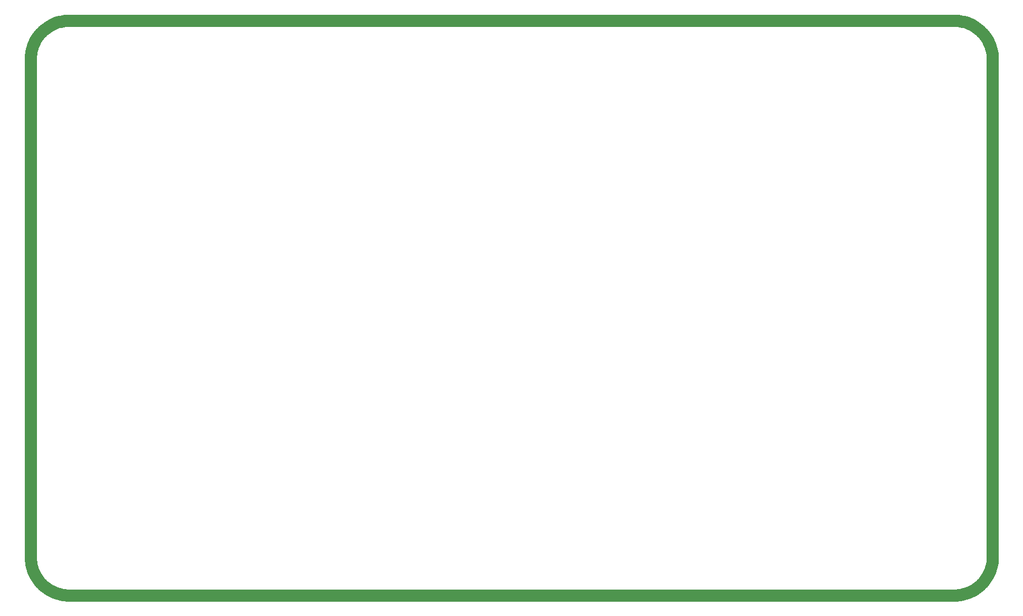
<source format=gm1>
%TF.GenerationSoftware,KiCad,Pcbnew,(6.0.0)*%
%TF.CreationDate,2022-05-06T13:51:05+05:30*%
%TF.ProjectId,Motion_Control_Board2.0,4d6f7469-6f6e-45f4-936f-6e74726f6c5f,rev?*%
%TF.SameCoordinates,Original*%
%TF.FileFunction,Profile,NP*%
%FSLAX46Y46*%
G04 Gerber Fmt 4.6, Leading zero omitted, Abs format (unit mm)*
G04 Created by KiCad (PCBNEW (6.0.0)) date 2022-05-06 13:51:05*
%MOMM*%
%LPD*%
G01*
G04 APERTURE LIST*
%TA.AperFunction,Profile*%
%ADD10C,1.959599*%
%TD*%
G04 APERTURE END LIST*
D10*
X75744299Y-59979387D02*
X217841653Y-59979387D01*
X217841653Y-59979387D02*
X218156212Y-59987467D01*
X218156212Y-59987467D02*
X218466641Y-60011446D01*
X218466641Y-60011446D02*
X218772556Y-60050934D01*
X218772556Y-60050934D02*
X219073574Y-60105541D01*
X219073574Y-60105541D02*
X219369311Y-60174877D01*
X219369311Y-60174877D02*
X219659382Y-60258551D01*
X219659382Y-60258551D02*
X219943403Y-60356174D01*
X219943403Y-60356174D02*
X220220990Y-60467356D01*
X220220990Y-60467356D02*
X220491760Y-60591706D01*
X220491760Y-60591706D02*
X220755327Y-60728833D01*
X220755327Y-60728833D02*
X221011309Y-60878349D01*
X221011309Y-60878349D02*
X221259320Y-61039863D01*
X221259320Y-61039863D02*
X221498978Y-61212984D01*
X221498978Y-61212984D02*
X221729897Y-61397322D01*
X221729897Y-61397322D02*
X221951694Y-61592488D01*
X221951694Y-61592488D02*
X222163984Y-61798091D01*
X222163984Y-61798091D02*
X222366384Y-62013742D01*
X222366384Y-62013742D02*
X222558509Y-62239049D01*
X222558509Y-62239049D02*
X222739976Y-62473622D01*
X222739976Y-62473622D02*
X222910400Y-62717073D01*
X222910400Y-62717073D02*
X223069397Y-62969009D01*
X223069397Y-62969009D02*
X223216584Y-63229042D01*
X223216584Y-63229042D02*
X223351575Y-63496781D01*
X223351575Y-63496781D02*
X223473988Y-63771836D01*
X223473988Y-63771836D02*
X223583437Y-64053817D01*
X223583437Y-64053817D02*
X223679539Y-64342334D01*
X223679539Y-64342334D02*
X223761910Y-64636996D01*
X223761910Y-64636996D02*
X223830166Y-64937413D01*
X223830166Y-64937413D02*
X223883923Y-65243195D01*
X223883923Y-65243195D02*
X223922796Y-65553953D01*
X223922796Y-65553953D02*
X223946401Y-65869296D01*
X223946401Y-65869296D02*
X223954355Y-66188833D01*
X223954355Y-66188833D02*
X223954355Y-145854841D01*
X223954355Y-145854841D02*
X223946401Y-146174378D01*
X223946401Y-146174378D02*
X223922796Y-146489721D01*
X223922796Y-146489721D02*
X223883923Y-146800478D01*
X223883923Y-146800478D02*
X223830166Y-147106261D01*
X223830166Y-147106261D02*
X223761910Y-147406678D01*
X223761910Y-147406678D02*
X223679539Y-147701340D01*
X223679539Y-147701340D02*
X223583437Y-147989856D01*
X223583437Y-147989856D02*
X223473988Y-148271837D01*
X223473988Y-148271837D02*
X223351575Y-148546892D01*
X223351575Y-148546892D02*
X223216584Y-148814631D01*
X223216584Y-148814631D02*
X223069397Y-149074663D01*
X223069397Y-149074663D02*
X222910400Y-149326600D01*
X222910400Y-149326600D02*
X222739976Y-149570050D01*
X222739976Y-149570050D02*
X222558509Y-149804624D01*
X222558509Y-149804624D02*
X222366384Y-150029930D01*
X222366384Y-150029930D02*
X222163984Y-150245580D01*
X222163984Y-150245580D02*
X221951694Y-150451183D01*
X221951694Y-150451183D02*
X221729897Y-150646349D01*
X221729897Y-150646349D02*
X221498978Y-150830687D01*
X221498978Y-150830687D02*
X221259320Y-151003808D01*
X221259320Y-151003808D02*
X221011309Y-151165322D01*
X221011309Y-151165322D02*
X220755327Y-151314837D01*
X220755327Y-151314837D02*
X220491760Y-151451965D01*
X220491760Y-151451965D02*
X220220990Y-151576314D01*
X220220990Y-151576314D02*
X219943403Y-151687496D01*
X219943403Y-151687496D02*
X219659382Y-151785119D01*
X219659382Y-151785119D02*
X219369311Y-151868793D01*
X219369311Y-151868793D02*
X219073574Y-151938129D01*
X219073574Y-151938129D02*
X218772556Y-151992736D01*
X218772556Y-151992736D02*
X218466641Y-152032224D01*
X218466641Y-152032224D02*
X218156212Y-152056203D01*
X218156212Y-152056203D02*
X217841653Y-152064283D01*
X217841653Y-152064283D02*
X75744299Y-152064283D01*
X75744299Y-152064283D02*
X75429740Y-152056203D01*
X75429740Y-152056203D02*
X75119310Y-152032224D01*
X75119310Y-152032224D02*
X74813394Y-151992736D01*
X74813394Y-151992736D02*
X74512376Y-151938129D01*
X74512376Y-151938129D02*
X74216639Y-151868793D01*
X74216639Y-151868793D02*
X73926568Y-151785119D01*
X73926568Y-151785119D02*
X73642547Y-151687496D01*
X73642547Y-151687496D02*
X73364960Y-151576314D01*
X73364960Y-151576314D02*
X73094190Y-151451965D01*
X73094190Y-151451965D02*
X72830622Y-151314837D01*
X72830622Y-151314837D02*
X72574641Y-151165322D01*
X72574641Y-151165322D02*
X72326630Y-151003808D01*
X72326630Y-151003808D02*
X72086972Y-150830687D01*
X72086972Y-150830687D02*
X71856054Y-150646349D01*
X71856054Y-150646349D02*
X71634257Y-150451183D01*
X71634257Y-150451183D02*
X71421967Y-150245580D01*
X71421967Y-150245580D02*
X71219567Y-150029930D01*
X71219567Y-150029930D02*
X71027442Y-149804624D01*
X71027442Y-149804624D02*
X70845976Y-149570050D01*
X70845976Y-149570050D02*
X70675552Y-149326600D01*
X70675552Y-149326600D02*
X70516555Y-149074663D01*
X70516555Y-149074663D02*
X70369369Y-148814631D01*
X70369369Y-148814631D02*
X70234377Y-148546892D01*
X70234377Y-148546892D02*
X70111965Y-148271837D01*
X70111965Y-148271837D02*
X70002516Y-147989856D01*
X70002516Y-147989856D02*
X69906414Y-147701340D01*
X69906414Y-147701340D02*
X69824043Y-147406678D01*
X69824043Y-147406678D02*
X69755787Y-147106261D01*
X69755787Y-147106261D02*
X69702031Y-146800478D01*
X69702031Y-146800478D02*
X69663158Y-146489721D01*
X69663158Y-146489721D02*
X69639553Y-146174378D01*
X69639553Y-146174378D02*
X69631599Y-145854841D01*
X69631599Y-145854841D02*
X69631599Y-66188833D01*
X69631599Y-66188833D02*
X69639553Y-65869296D01*
X69639553Y-65869296D02*
X69663158Y-65553953D01*
X69663158Y-65553953D02*
X69702031Y-65243195D01*
X69702031Y-65243195D02*
X69755787Y-64937413D01*
X69755787Y-64937413D02*
X69824043Y-64636996D01*
X69824043Y-64636996D02*
X69906414Y-64342334D01*
X69906414Y-64342334D02*
X70002516Y-64053817D01*
X70002516Y-64053817D02*
X70111965Y-63771836D01*
X70111965Y-63771836D02*
X70234377Y-63496781D01*
X70234377Y-63496781D02*
X70369369Y-63229042D01*
X70369369Y-63229042D02*
X70516555Y-62969009D01*
X70516555Y-62969009D02*
X70675552Y-62717073D01*
X70675552Y-62717073D02*
X70845976Y-62473622D01*
X70845976Y-62473622D02*
X71027442Y-62239049D01*
X71027442Y-62239049D02*
X71219567Y-62013742D01*
X71219567Y-62013742D02*
X71421967Y-61798091D01*
X71421967Y-61798091D02*
X71634257Y-61592488D01*
X71634257Y-61592488D02*
X71856054Y-61397322D01*
X71856054Y-61397322D02*
X72086972Y-61212984D01*
X72086972Y-61212984D02*
X72326630Y-61039863D01*
X72326630Y-61039863D02*
X72574641Y-60878349D01*
X72574641Y-60878349D02*
X72830622Y-60728833D01*
X72830622Y-60728833D02*
X73094190Y-60591706D01*
X73094190Y-60591706D02*
X73364960Y-60467356D01*
X73364960Y-60467356D02*
X73642547Y-60356174D01*
X73642547Y-60356174D02*
X73926568Y-60258551D01*
X73926568Y-60258551D02*
X74216639Y-60174877D01*
X74216639Y-60174877D02*
X74512376Y-60105541D01*
X74512376Y-60105541D02*
X74813394Y-60050934D01*
X74813394Y-60050934D02*
X75119310Y-60011446D01*
X75119310Y-60011446D02*
X75429740Y-59987467D01*
X75429740Y-59987467D02*
X75744299Y-59979387D01*
X75744299Y-59979387D02*
X75744299Y-59979387D01*
M02*

</source>
